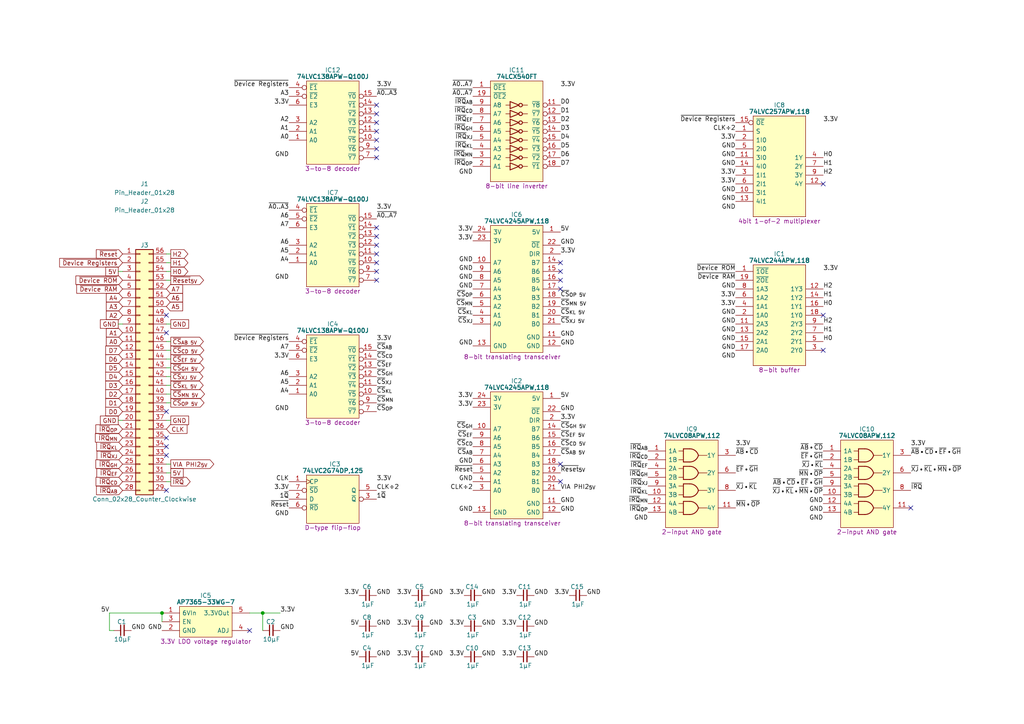
<source format=kicad_sch>
(kicad_sch (version 20250114) (generator "eeschema") (generator_version "9.0")
  (paper "A4")
  (title_block (title "VIA Standard Clock") (date "2024-06-15") (rev "V0"))
  (lib_symbols
    (symbol "Connector_Generic:Conn_02x28_Counter_Clockwise" (pin_names (offset 1.016) (hide yes))
      (property "Reference" "J" (at 1.27 35.56 0))
      (property "Value" "Conn_02x28_Counter_Clockwise" (at 1.27 -38.1 0))
      (symbol "Conn_02x28_Counter_Clockwise_1_1"
        (pin passive line (at -5.08 33.02 0) (length 3.81) (name "Pin_1") (number "1"))
        (pin passive line (at -5.08 30.48 0) (length 3.81) (name "Pin_2") (number "2"))
        (pin passive line (at -5.08 27.94 0) (length 3.81) (name "Pin_3") (number "3"))
        (pin passive line (at -5.08 25.4 0) (length 3.81) (name "Pin_4") (number "4"))
        (pin passive line (at -5.08 22.86 0) (length 3.81) (name "Pin_5") (number "5"))
        (pin passive line (at -5.08 20.32 0) (length 3.81) (name "Pin_6") (number "6"))
        (pin passive line (at -5.08 17.78 0) (length 3.81) (name "Pin_7") (number "7"))
        (pin passive line (at -5.08 15.24 0) (length 3.81) (name "Pin_8") (number "8"))
        (pin passive line (at -5.08 12.7 0) (length 3.81) (name "Pin_9") (number "9"))
        (pin passive line (at -5.08 10.16 0) (length 3.81) (name "Pin_10") (number "10"))
        (pin passive line (at -5.08 7.62 0) (length 3.81) (name "Pin_11") (number "11"))
        (pin passive line (at -5.08 5.08 0) (length 3.81) (name "Pin_12") (number "12"))
        (pin passive line (at -5.08 2.54 0) (length 3.81) (name "Pin_13") (number "13"))
        (pin passive line (at -5.08 0 0) (length 3.81) (name "Pin_14") (number "14"))
        (pin passive line (at -5.08 -2.54 0) (length 3.81) (name "Pin_15") (number "15"))
        (pin passive line (at -5.08 -5.08 0) (length 3.81) (name "Pin_16") (number "16"))
        (pin passive line (at -5.08 -7.62 0) (length 3.81) (name "Pin_17") (number "17"))
        (pin passive line (at -5.08 -10.16 0) (length 3.81) (name "Pin_18") (number "18"))
        (pin passive line (at -5.08 -12.7 0) (length 3.81) (name "Pin_19") (number "19"))
        (pin passive line (at -5.08 -15.24 0) (length 3.81) (name "Pin_20") (number "20"))
        (pin passive line (at -5.08 -17.78 0) (length 3.81) (name "Pin_21") (number "21"))
        (pin passive line (at -5.08 -20.32 0) (length 3.81) (name "Pin_22") (number "22"))
        (pin passive line (at -5.08 -22.86 0) (length 3.81) (name "Pin_23") (number "23"))
        (pin passive line (at -5.08 -25.4 0) (length 3.81) (name "Pin_24") (number "24"))
        (pin passive line (at -5.08 -27.94 0) (length 3.81) (name "Pin_25") (number "25"))
        (pin passive line (at -5.08 -30.48 0) (length 3.81) (name "Pin_26") (number "26"))
        (pin passive line (at -5.08 -33.02 0) (length 3.81) (name "Pin_27") (number "27"))
        (pin passive line (at -5.08 -35.56 0) (length 3.81) (name "Pin_28") (number "28"))
        (pin passive line (at 7.62 33.02 180) (length 3.81) (name "Pin_56") (number "56"))
        (pin passive line (at 7.62 30.48 180) (length 3.81) (name "Pin_55") (number "55"))
        (pin passive line (at 7.62 27.94 180) (length 3.81) (name "Pin_54") (number "54"))
        (pin passive line (at 7.62 25.4 180) (length 3.81) (name "Pin_53") (number "53"))
        (pin passive line (at 7.62 22.86 180) (length 3.81) (name "Pin_52") (number "52"))
        (pin passive line (at 7.62 20.32 180) (length 3.81) (name "Pin_51") (number "51"))
        (pin passive line (at 7.62 17.78 180) (length 3.81) (name "Pin_50") (number "50"))
        (pin passive line (at 7.62 15.24 180) (length 3.81) (name "Pin_49") (number "49"))
        (pin passive line (at 7.62 12.7 180) (length 3.81) (name "Pin_48") (number "48"))
        (pin passive line (at 7.62 10.16 180) (length 3.81) (name "Pin_47") (number "47"))
        (pin passive line (at 7.62 7.62 180) (length 3.81) (name "Pin_46") (number "46"))
        (pin passive line (at 7.62 5.08 180) (length 3.81) (name "Pin_45") (number "45"))
        (pin passive line (at 7.62 2.54 180) (length 3.81) (name "Pin_44") (number "44"))
        (pin passive line (at 7.62 0 180) (length 3.81) (name "Pin_43") (number "43"))
        (pin passive line (at 7.62 -2.54 180) (length 3.81) (name "Pin_42") (number "42"))
        (pin passive line (at 7.62 -5.08 180) (length 3.81) (name "Pin_41") (number "41"))
        (pin passive line (at 7.62 -7.62 180) (length 3.81) (name "Pin_40") (number "40"))
        (pin passive line (at 7.62 -10.16 180) (length 3.81) (name "Pin_39") (number "39"))
        (pin passive line (at 7.62 -12.7 180) (length 3.81) (name "Pin_38") (number "38"))
        (pin passive line (at 7.62 -15.24 180) (length 3.81) (name "Pin_37") (number "37"))
        (pin passive line (at 7.62 -17.78 180) (length 3.81) (name "Pin_36") (number "36"))
        (pin passive line (at 7.62 -20.32 180) (length 3.81) (name "Pin_35") (number "35"))
        (pin passive line (at 7.62 -22.86 180) (length 3.81) (name "Pin_34") (number "34"))
        (pin passive line (at 7.62 -25.4 180) (length 3.81) (name "Pin_33") (number "33"))
        (pin passive line (at 7.62 -27.94 180) (length 3.81) (name "Pin_32") (number "32"))
        (pin passive line (at 7.62 -30.48 180) (length 3.81) (name "Pin_31") (number "31"))
        (pin passive line (at 7.62 -33.02 180) (length 3.81) (name "Pin_30") (number "30"))
        (pin passive line (at 7.62 -35.56 180) (length 3.81) (name "Pin_29") (number "29"))
      )
    )
    (symbol "Diodes_Inc:AP7365-33WG-7" (pin_names (offset 0.762))
      (property "Reference" "IC" (at 12.7 5.08 0))
      (property "Value" "AP7365-33WG-7" (at 12.7 3.175 0))
      (property "Description" "3.3V LDO voltage regulator" (at 12.7 -8.255 0))
      (symbol "AP7365-33WG-7_0_0"
        (pin input line (at 0 -2.54 0) (length 5.08) (name "EN") (number "3"))
        (pin passive line (at 0 -5.08 0) (length 5.08) (name "GND") (number "2"))
        (pin passive line (at 25.4 -5.08 180) (length 5.08) (name "ADJ") (number "4"))
      )
      (symbol "AP7365-33WG-7_1_0"
        (pin passive line (at 0 0 0) (length 5.08) (name "6VIn") (number "1"))
        (pin passive line (at 25.4 0 180) (length 5.08) (name "3.3VOut") (number "5"))
      )
    )
    (symbol "HCP65:C_0805" (pin_numbers (hide yes)) (pin_names (offset 0.254) (hide yes))
      (property "Reference" "C" (at 2.286 2.54 0))
      (property "Value" "?μF" (at 2.54 -2.54 0))
      (symbol "C_0805_1_1"
        (pin passive line (at 0 0 0) (length 2.032) (name "~") (number "1"))
        (pin passive line (at 5.08 0 180) (length 2.032) (name "~") (number "2"))
      )
    )
    (symbol "HCP65:Pin_Header_01x32" (pin_names (offset 1.016) (hide yes))
      (property "Reference" "J" (at 0 1.27 0))
      (property "Value" "Pin_Header_01x32" (at 0 -1.27 0))
    )
    (symbol "Nexperia:74LVC08APW,112" (pin_names (offset 0.762))
      (property "Reference" "IC" (at 12.7 6.35 0))
      (property "Value" "74LVC08APW,112" (at 12.7 4.445 0))
      (property "Description" "2-input AND gate" (at 12.7 -23.495 0))
      (symbol "74LVC08APW,112_0_0"
        (pin input line (at 0 0 0) (length 5.08) (name "1A") (number "1"))
        (pin input line (at 0 -2.54 0) (length 5.08) (name "1B") (number "2"))
        (pin input line (at 0 -5.08 0) (length 5.08) (name "2A") (number "4"))
        (pin input line (at 0 -7.62 0) (length 5.08) (name "2B") (number "5"))
        (pin input line (at 0 -10.16 0) (length 5.08) (name "3A") (number "9"))
        (pin input line (at 0 -12.7 0) (length 5.08) (name "3B") (number "10"))
        (pin input line (at 0 -15.24 0) (length 5.08) (name "4A") (number "12"))
        (pin input line (at 0 -17.78 0) (length 5.08) (name "4B") (number "13"))
        (pin passive line (at 0 -20.32 0) (length 5.08) (hide yes) (name "GND") (number "7"))
        (pin passive line (at 25.4 1.27 180) (length 5.08) (hide yes) (name "3V") (number "14"))
        (pin passive line (at 25.4 -1.27 180) (length 5.08) (name "1Y") (number "3"))
        (pin output line (at 25.4 -6.35 180) (length 5.08) (name "2Y") (number "6"))
        (pin output line (at 25.4 -11.43 180) (length 5.08) (name "3Y") (number "8"))
        (pin output line (at 25.4 -16.51 180) (length 5.08) (name "4Y") (number "11"))
      )
    )
    (symbol "Nexperia:74LVC138APW-Q100J" (pin_names (offset 0.762))
      (property "Reference" "IC" (at 12.7 3.175 0))
      (property "Value" "74LVC138APW-Q100J" (at 12.7 1.27 0))
      (property "Description" "3-to-8 decoder" (at 12.7 -25.4 0))
      (symbol "74LVC138APW-Q100J_0_0"
        (pin input line (at 0 -6.985 0) (length 5.08) (name "E3") (number "6"))
        (pin input line (at 0 -12.065 0) (length 5.08) (name "A2") (number "3"))
        (pin input line (at 0 -14.605 0) (length 5.08) (name "A1") (number "2"))
        (pin input line (at 0 -17.145 0) (length 5.08) (name "A0") (number "1"))
        (pin passive line (at 0 -22.225 0) (length 5.08) (hide yes) (name "GND") (number "8"))
        (pin passive line (at 25.4 -1.905 180) (length 5.08) (hide yes) (name "3V") (number "16"))
        (pin output inverted (at 25.4 -4.445 180) (length 5.08) (name "~{Y0}") (number "15"))
        (pin output inverted (at 25.4 -6.985 180) (length 5.08) (name "~{Y1}") (number "14"))
        (pin output inverted (at 25.4 -9.525 180) (length 5.08) (name "~{Y2}") (number "13"))
        (pin output inverted (at 25.4 -12.065 180) (length 5.08) (name "~{Y3}") (number "12"))
        (pin output inverted (at 25.4 -14.605 180) (length 5.08) (name "~{Y4}") (number "11"))
        (pin output inverted (at 25.4 -17.145 180) (length 5.08) (name "~{Y5}") (number "10"))
        (pin output inverted (at 25.4 -19.685 180) (length 5.08) (name "~{Y6}") (number "9"))
        (pin output inverted (at 25.4 -22.225 180) (length 5.08) (name "~{Y7}") (number "7"))
      )
      (symbol "74LVC138APW-Q100J_1_0"
        (pin input inverted (at 0 -1.905 0) (length 5.08) (name "~{E1}") (number "4"))
        (pin input inverted (at 0 -4.445 0) (length 5.08) (name "~{E2}") (number "5"))
      )
    )
    (symbol "Nexperia:74LVC244APW,118" (pin_names (offset 0.762))
      (property "Reference" "IC" (at 12.7 5.08 0))
      (property "Value" "74LVC244APW,118" (at 12.7 3.175 0))
      (property "Description" "8-bit buffer" (at 12.7 -28.575 0))
      (symbol "74LVC244APW,118_0_0"
        (pin input line (at 0 0 0) (length 5.08) (name "~{1OE}") (number "1"))
        (pin input line (at 0 -2.54 0) (length 5.08) (name "~{2OE}") (number "19"))
        (pin input line (at 0 -5.08 0) (length 5.08) (name "1A3") (number "8"))
        (pin input line (at 0 -7.62 0) (length 5.08) (name "1A2") (number "6"))
        (pin input line (at 0 -10.16 0) (length 5.08) (name "1A1") (number "4"))
        (pin input line (at 0 -12.7 0) (length 5.08) (name "1A0") (number "2"))
        (pin input line (at 0 -15.24 0) (length 5.08) (name "2A3") (number "11"))
        (pin input line (at 0 -17.78 0) (length 5.08) (name "2A2") (number "13"))
        (pin input line (at 0 -20.32 0) (length 5.08) (name "2A1") (number "15"))
        (pin input line (at 0 -22.86 0) (length 5.08) (name "2A0") (number "17"))
        (pin tri_state line (at 25.4 -5.08 180) (length 5.08) (name "1Y3") (number "12"))
        (pin tri_state line (at 25.4 -7.62 180) (length 5.08) (name "1Y2") (number "14"))
        (pin tri_state line (at 25.4 -10.16 180) (length 5.08) (name "1Y1") (number "16"))
        (pin tri_state line (at 25.4 -12.7 180) (length 5.08) (name "1Y0") (number "18"))
        (pin tri_state line (at 25.4 -15.24 180) (length 5.08) (name "2Y3") (number "9"))
        (pin tri_state line (at 25.4 -17.78 180) (length 5.08) (name "2Y2") (number "7"))
        (pin tri_state line (at 25.4 -20.32 180) (length 5.08) (name "2Y1") (number "5"))
        (pin tri_state line (at 25.4 -22.86 180) (length 5.08) (name "2Y0") (number "3"))
      )
      (symbol "74LVC244APW,118_1_0"
        (pin passive line (at 0 -25.4 0) (length 5.08) (hide yes) (name "GND") (number "10"))
        (pin passive line (at 25.4 0 180) (length 5.08) (hide yes) (name "3V") (number "20"))
      )
    )
    (symbol "Nexperia:74LVC257APW,118" (pin_names (offset 0.762))
      (property "Reference" "IC" (at 12.7 5.08 0))
      (property "Value" "74LVC257APW,118" (at 12.7 3.175 0))
      (property "Description" "4bit 1-of-2 multiplexer" (at 12.7 -28.575 0))
      (symbol "74LVC257APW,118_0_0"
        (pin input line (at 0 -2.54 0) (length 5.08) (name "S") (number "1"))
        (pin input line (at 0 -5.08 0) (length 5.08) (name "1I0") (number "2"))
        (pin input line (at 0 -7.62 0) (length 5.08) (name "2I0") (number "5"))
        (pin input line (at 0 -10.16 0) (length 5.08) (name "3I0") (number "11"))
        (pin input line (at 0 -12.7 0) (length 5.08) (name "4I0") (number "14"))
        (pin input line (at 0 -15.24 0) (length 5.08) (name "1I1") (number "3"))
        (pin input line (at 0 -17.78 0) (length 5.08) (name "2I1") (number "6"))
        (pin input line (at 0 -20.32 0) (length 5.08) (name "3I1") (number "10"))
        (pin input line (at 0 -22.86 0) (length 5.08) (name "4I1") (number "13"))
        (pin passive line (at 0 -25.4 0) (length 5.08) (hide yes) (name "GND") (number "8"))
        (pin passive line (at 25.4 0 180) (length 5.08) (hide yes) (name "3V") (number "16"))
      )
      (symbol "74LVC257APW,118_1_0"
        (pin input inverted (at 0 0 0) (length 5.08) (name "~{OE}") (number "15"))
        (pin tri_state line (at 25.4 -10.16 180) (length 5.08) (name "1Y") (number "4"))
        (pin tri_state line (at 25.4 -12.7 180) (length 5.08) (name "2Y") (number "7"))
        (pin tri_state line (at 25.4 -15.24 180) (length 5.08) (name "3Y") (number "9"))
        (pin tri_state line (at 25.4 -17.78 180) (length 5.08) (name "4Y") (number "12"))
      )
    )
    (symbol "Nexperia:74LVC2G74DP,125" (pin_names (offset 0.762))
      (property "Reference" "IC" (at 13.335 5.08 0))
      (property "Value" "74LVC2G74DP,125" (at 12.7 3.175 0))
      (property "Description" "D-type flip-flop" (at 12.7 -13.335 0))
      (symbol "74LVC2G74DP,125_0_0"
        (pin input line (at 0 -5.08 0) (length 5.08) (name "D") (number "2"))
        (pin output line (at 25.4 -2.54 180) (length 5.08) (name "Q") (number "5"))
      )
      (symbol "74LVC2G74DP,125_1_0"
        (pin input clock (at 0 0 0) (length 5.08) (name "CP") (number "1"))
        (pin input inverted (at 0 -2.54 0) (length 5.08) (name "~{SD}") (number "7"))
        (pin input inverted (at 0 -7.62 0) (length 5.08) (name "~{RD}") (number "6"))
        (pin passive line (at 0 -10.16 0) (length 5.08) (hide yes) (name "GND") (number "4"))
        (pin passive line (at 25.4 0 180) (length 5.08) (hide yes) (name "3V") (number "8"))
        (pin output inverted (at 25.4 -5.08 180) (length 5.08) (name "~{Q}") (number "3"))
      )
    )
    (symbol "Nexperia:74LVC4245APW,118" (pin_names (offset 0.762))
      (property "Reference" "IC" (at 12.7 5.08 0))
      (property "Value" "74LVC4245APW,118" (at 12.7 3.175 0))
      (property "Description" "8-bit translating transceiver" (at 13.97 -36.195 0))
      (symbol "74LVC4245APW,118_0_0"
        (pin passive line (at 0 0 0) (length 5.08) (name "5V") (number "1"))
        (pin input line (at 0 -3.81 0) (length 5.08) (name "~{OE}") (number "22"))
        (pin input line (at 0 -6.35 0) (length 5.08) (name "DIR") (number "2"))
        (pin bidirectional line (at 0 -8.89 0) (length 5.08) (name "B7") (number "14"))
        (pin bidirectional line (at 0 -11.43 0) (length 5.08) (name "B6") (number "15"))
        (pin bidirectional line (at 0 -13.97 0) (length 5.08) (name "B5") (number "16"))
        (pin bidirectional line (at 0 -16.51 0) (length 5.08) (name "B4") (number "17"))
        (pin bidirectional line (at 0 -19.05 0) (length 5.08) (name "B3") (number "18"))
        (pin bidirectional line (at 0 -21.59 0) (length 5.08) (name "B2") (number "19"))
        (pin bidirectional line (at 0 -24.13 0) (length 5.08) (name "B1") (number "20"))
        (pin bidirectional line (at 0 -26.67 0) (length 5.08) (name "B0") (number "21"))
        (pin passive line (at 0 -30.48 0) (length 5.08) (name "GND") (number "11"))
        (pin passive line (at 0 -33.02 0) (length 5.08) (name "GND") (number "12"))
        (pin passive line (at 25.4 0 180) (length 5.08) (name "3V") (number "24"))
        (pin passive line (at 25.4 -2.54 180) (length 5.08) (name "3V") (number "23"))
        (pin bidirectional line (at 25.4 -8.89 180) (length 5.08) (name "A7") (number "10"))
        (pin bidirectional line (at 25.4 -11.43 180) (length 5.08) (name "A6") (number "9"))
        (pin bidirectional line (at 25.4 -13.97 180) (length 5.08) (name "A5") (number "8"))
        (pin bidirectional line (at 25.4 -16.51 180) (length 5.08) (name "A4") (number "7"))
        (pin bidirectional line (at 25.4 -19.05 180) (length 5.08) (name "A3") (number "6"))
        (pin bidirectional line (at 25.4 -21.59 180) (length 5.08) (name "A2") (number "5"))
        (pin bidirectional line (at 25.4 -24.13 180) (length 5.08) (name "A1") (number "4"))
        (pin bidirectional line (at 25.4 -26.67 180) (length 5.08) (name "A0") (number "3"))
        (pin passive line (at 25.4 -33.02 180) (length 5.08) (name "GND") (number "13"))
      )
    )
    (symbol "Toshiba:74LCX540FT" (pin_names (offset 0.762))
      (property "Reference" "IC" (at 12.7 5.08 0))
      (property "Value" "74LCX540FT" (at 12.7 3.175 0))
      (property "Description" "8-bit line inverter" (at 12.7 -28.575 0))
      (symbol "74LCX540FT_0_0"
        (pin input line (at 0 0 0) (length 5.08) (name "~{OE1}") (number "1"))
        (pin input line (at 0 -2.54 0) (length 5.08) (name "~{OE2}") (number "19"))
        (pin input line (at 0 -5.08 0) (length 5.08) (name "A8") (number "9"))
        (pin input line (at 0 -7.62 0) (length 5.08) (name "A7") (number "8"))
        (pin input line (at 0 -10.16 0) (length 5.08) (name "A6") (number "7"))
        (pin input line (at 0 -12.7 0) (length 5.08) (name "A5") (number "6"))
        (pin input line (at 0 -15.24 0) (length 5.08) (name "A4") (number "5"))
        (pin input line (at 0 -17.78 0) (length 5.08) (name "A3") (number "4"))
        (pin input line (at 0 -20.32 0) (length 5.08) (name "A2") (number "3"))
        (pin input line (at 0 -22.86 0) (length 5.08) (name "A1") (number "2"))
        (pin passive line (at 0 -25.4 0) (length 5.08) (hide yes) (name "GND") (number "10"))
        (pin passive line (at 25.4 0 180) (length 5.08) (hide yes) (name "3V") (number "20"))
        (pin output inverted (at 25.4 -5.08 180) (length 5.08) (name "~{Y8}") (number "11"))
        (pin output inverted (at 25.4 -7.62 180) (length 5.08) (name "~{Y7}") (number "12"))
        (pin output inverted (at 25.4 -10.16 180) (length 5.08) (name "~{Y6}") (number "13"))
        (pin output inverted (at 25.4 -12.7 180) (length 5.08) (name "~{Y5}") (number "14"))
        (pin output inverted (at 25.4 -15.24 180) (length 5.08) (name "~{Y4}") (number "15"))
        (pin output inverted (at 25.4 -17.78 180) (length 5.08) (name "~{Y3}") (number "16"))
        (pin output inverted (at 25.4 -20.32 180) (length 5.08) (name "~{Y2}") (number "17"))
        (pin output inverted (at 25.4 -22.86 180) (length 5.08) (name "~{Y1}") (number "18"))
      )
    )
  )
  (junction (at 76.2 177.8))
  (junction (at 46.99 177.8))
  (no_connect (at 109.22 78.74))
  (no_connect (at 48.26 91.44))
  (no_connect (at 48.26 132.08))
  (no_connect (at 109.22 71.12))
  (no_connect (at 109.22 38.1))
  (no_connect (at 48.26 142.24))
  (no_connect (at 162.56 83.82))
  (no_connect (at 109.22 76.2))
  (no_connect (at 238.76 91.44))
  (no_connect (at 48.26 96.52))
  (no_connect (at 109.22 43.18))
  (no_connect (at 238.76 101.6))
  (no_connect (at 109.22 40.64))
  (no_connect (at 109.22 35.56))
  (no_connect (at 162.56 81.28))
  (no_connect (at 109.22 66.04))
  (no_connect (at 109.22 81.28))
  (no_connect (at 162.56 76.2))
  (no_connect (at 238.76 53.34))
  (no_connect (at 48.26 129.54))
  (no_connect (at 72.39 182.88))
  (no_connect (at 109.22 33.02))
  (no_connect (at 264.16 147.32))
  (no_connect (at 48.26 119.38))
  (no_connect (at 162.56 139.7))
  (no_connect (at 109.22 30.48))
  (no_connect (at 109.22 68.58))
  (no_connect (at 109.22 73.66))
  (no_connect (at 109.22 45.72))
  (no_connect (at 162.56 78.74))
  (no_connect (at 162.56 134.62))
  (no_connect (at 48.26 127))
  (wire (pts (xy 49.53 99.06) (xy 48.26 99.06)))
  (wire (pts (xy 76.2 182.88) (xy 76.2 177.8)))
  (wire (pts (xy 49.53 134.62) (xy 48.26 134.62)))
  (wire (pts (xy 49.53 76.2) (xy 48.26 76.2)))
  (wire (pts (xy 46.99 177.8) (xy 46.99 180.34)))
  (wire (pts (xy 49.53 81.28) (xy 48.26 81.28)))
  (wire (pts (xy 49.53 104.14) (xy 48.26 104.14)))
  (wire (pts (xy 49.53 114.3) (xy 48.26 114.3)))
  (wire (pts (xy 31.75 182.88) (xy 33.02 182.88)))
  (wire (pts (xy 49.53 121.92) (xy 48.26 121.92)))
  (wire (pts (xy 34.29 121.92) (xy 35.56 121.92)))
  (wire (pts (xy 49.53 116.84) (xy 48.26 116.84)))
  (wire (pts (xy 34.29 78.74) (xy 35.56 78.74)))
  (wire (pts (xy 49.53 109.22) (xy 48.26 109.22)))
  (wire (pts (xy 31.75 177.8) (xy 46.99 177.8)))
  (wire (pts (xy 49.53 73.66) (xy 48.26 73.66)))
  (wire (pts (xy 76.2 177.8) (xy 81.28 177.8)))
  (wire (pts (xy 49.53 111.76) (xy 48.26 111.76)))
  (wire (pts (xy 49.53 101.6) (xy 48.26 101.6)))
  (wire (pts (xy 72.39 177.8) (xy 76.2 177.8)))
  (wire (pts (xy 49.53 78.74) (xy 48.26 78.74)))
  (wire (pts (xy 34.29 93.98) (xy 35.56 93.98)))
  (wire (pts (xy 49.53 137.16) (xy 48.26 137.16)))
  (wire (pts (xy 31.75 177.8) (xy 31.75 182.88)))
  (wire (pts (xy 49.53 106.68) (xy 48.26 106.68)))
  (wire (pts (xy 49.53 139.7) (xy 48.26 139.7)))
  (wire (pts (xy 49.53 93.98) (xy 48.26 93.98)))
  (label "~{CS}_{AB}" (at 109.22 101.6 0))
  (label "~{IRQ}_{CD}" (at 137.16 33.02 180))
  (label "3.3V" (at 213.36 40.64 180))
  (label "3.3V" (at 104.14 172.72 180))
  (label "3.3V" (at 162.56 73.66 0))
  (label "~{IRQ}_{AB}" (at 137.16 30.48 180))
  (label "~{EF}•~{GH}" (at 213.36 137.16 0))
  (label "~{A0..A7}" (at 109.22 63.5 0))
  (label "GND" (at 162.56 119.38 0))
  (label "GND" (at 137.16 76.2 180))
  (label "GND" (at 124.46 172.72 0))
  (label "VIA PHI2_{5V}" (at 162.56 142.24 0))
  (label "3.3V" (at 162.56 25.4 0))
  (label "3.3V" (at 165.1 172.72 180))
  (label "3.3V" (at 238.76 35.56 0))
  (label "GND" (at 137.16 100.33 180))
  (label "GND" (at 213.36 48.26 180))
  (label "GND" (at 83.82 81.28 180))
  (label "GND" (at 213.36 83.82 180))
  (label "~{CS}_{XJ 5V}" (at 162.56 93.98 0))
  (label "H0" (at 238.76 45.72 0))
  (label "~{CS}_{OP 5V}" (at 162.56 86.36 0))
  (label "~{Reset}_{5V}" (at 162.56 137.16 0))
  (label "3.3V" (at 109.22 60.96 0))
  (label "H0" (at 238.76 99.06 0))
  (label "5V" (at 162.56 115.57 0))
  (label "~{CS}_{GH}" (at 109.22 109.22 0))
  (label "~{CS}_{MN}" (at 109.22 116.84 0))
  (label "3.3V" (at 109.22 25.4 0))
  (label "GND" (at 213.36 101.6 180))
  (label "GND" (at 213.36 60.96 180))
  (label "~{AB}•~{CD}" (at 213.36 132.08 0))
  (label "3.3V" (at 119.38 190.5 180))
  (label "~{Device RAM}" (at 213.36 81.28 180))
  (label "CLK÷2" (at 137.16 142.24 180))
  (label "~{Device ROM}" (at 213.36 78.74 180))
  (label "~{CS}_{KL}" (at 137.16 91.44 180))
  (label "D2" (at 162.56 35.56 0))
  (label "3.3V" (at 264.16 129.54 0))
  (label "5V" (at 31.75 177.8 180))
  (label "GND" (at 137.16 50.8 180))
  (label "GND" (at 213.36 91.44 180))
  (label "~{IRQ}_{MN}" (at 187.96 146.05 180))
  (label "3.3V" (at 119.38 181.61 180))
  (label "A6" (at 83.82 63.5 180))
  (label "GND" (at 137.16 78.74 180))
  (label "3.3V" (at 238.76 78.74 0))
  (label "H0" (at 238.76 88.9 0))
  (label "~{IRQ}_{EF}" (at 137.16 35.56 180))
  (label "H2" (at 238.76 50.8 0))
  (label "GND" (at 162.56 100.33 0))
  (label "3.3V" (at 83.82 142.24 180))
  (label "~{IRQ}_{XJ}" (at 137.16 40.64 180))
  (label "GND" (at 137.16 139.7 180))
  (label "~{CS}_{GH}" (at 137.16 124.46 180))
  (label "GND" (at 238.76 146.05 180))
  (label "~{CS}_{AB}" (at 137.16 132.08 180))
  (label "~{CS}_{CD 5V}" (at 162.56 129.54 0))
  (label "3.3V" (at 83.82 30.48 180))
  (label "GND" (at 213.36 55.88 180))
  (label "A4" (at 83.82 76.2 180))
  (label "~{CS}_{KL 5V}" (at 162.56 91.44 0))
  (label "~{CS}_{AB 5V}" (at 162.56 132.08 0))
  (label "D1" (at 162.56 33.02 0))
  (label "3.3V" (at 213.36 86.36 180))
  (label "~{CS}_{CD}" (at 137.16 129.54 180))
  (label "3.3V" (at 213.36 129.54 0))
  (label "A7" (at 83.82 101.6 180))
  (label "~{IRQ}_{KL}" (at 187.96 143.51 180))
  (label "A5" (at 83.82 73.66 180))
  (label "~{Device Registers}" (at 83.82 99.06 180))
  (label "GND" (at 83.82 149.86 180))
  (label "~{CS}_{EF}" (at 137.16 127 180))
  (label "5V" (at 104.14 190.5 180))
  (label "GND" (at 139.7 172.72 0))
  (label "3.3V" (at 149.86 172.72 180))
  (label "3.3V" (at 137.16 69.85 180))
  (label "1~{Q}" (at 83.82 144.78 180))
  (label "A1" (at 83.82 38.1 180))
  (label "GND" (at 124.46 190.5 0))
  (label "GND" (at 139.7 181.61 0))
  (label "~{AB}•~{CD}•~{EF}•~{GH}" (at 264.16 132.08 0))
  (label "~{CS}_{OP}" (at 137.16 86.36 180))
  (label "~{IRQ}_{AB}" (at 187.96 130.81 180))
  (label "5V" (at 162.56 67.31 0))
  (label "A3" (at 83.82 27.94 180))
  (label "3.3V" (at 134.62 181.61 180))
  (label "GND" (at 154.94 181.61 0))
  (label "3.3V" (at 149.86 190.5 180))
  (label "~{IRQ}_{GH}" (at 187.96 138.43 180))
  (label "D5" (at 162.56 43.18 0))
  (label "A6" (at 83.82 71.12 180))
  (label "GND" (at 137.16 148.59 180))
  (label "3.3V" (at 109.22 139.7 0))
  (label "~{CS}_{GH 5V}" (at 162.56 124.46 0))
  (label "~{MN}•~{OP}" (at 213.36 147.32 0))
  (label "3.3V" (at 109.22 99.06 0))
  (label "3.3V" (at 137.16 118.11 180))
  (label "~{A0..A7}" (at 137.16 27.94 180))
  (label "~{IRQ}_{GH}" (at 137.16 38.1 180))
  (label "GND" (at 46.99 182.88 180))
  (label "~{A0..A3}" (at 83.82 60.96 180))
  (label "~{Reset}" (at 137.16 137.16 180))
  (label "A4" (at 83.82 114.3 180))
  (label "D6" (at 162.56 45.72 0))
  (label "~{CS}_{OP}" (at 109.22 119.38 0))
  (label "GND" (at 109.22 190.5 0))
  (label "~{IRQ}_{MN}" (at 137.16 45.72 180))
  (label "GND" (at 213.36 99.06 180))
  (label "~{IRQ}" (at 264.16 142.24 0))
  (label "~{CS}_{MN 5V}" (at 162.56 88.9 0))
  (label "3.3V" (at 83.82 104.14 180))
  (label "D0" (at 162.56 30.48 0))
  (label "3.3V" (at 134.62 190.5 180))
  (label "~{A0..A7}" (at 137.16 25.4 180))
  (label "3.3V" (at 213.36 50.8 180))
  (label "~{IRQ}_{CD}" (at 187.96 133.35 180))
  (label "GND" (at 154.94 172.72 0))
  (label "GND" (at 137.16 83.82 180))
  (label "CLK" (at 83.82 139.7 180))
  (label "CLK÷2" (at 213.36 38.1 180))
  (label "~{CS}_{XJ}" (at 109.22 111.76 0))
  (label "CLK÷2" (at 109.22 142.24 0))
  (label "A0" (at 83.82 40.64 180))
  (label "~{A0..A3}" (at 109.22 27.94 0))
  (label "~{XJ}•~{KL}•~{MN}•~{OP}" (at 264.16 137.16 0))
  (label "~{CS}_{CD}" (at 109.22 104.14 0))
  (label "H1" (at 238.76 96.52 0))
  (label "~{CS}_{XJ}" (at 137.16 93.98 180))
  (label "GND" (at 137.16 81.28 180))
  (label "~{EF}•~{GH}" (at 238.76 133.35 180))
  (label "~{IRQ}_{OP}" (at 137.16 48.26 180))
  (label "~{Reset}" (at 83.82 147.32 180))
  (label "D7" (at 162.56 48.26 0))
  (label "3.3V" (at 213.36 88.9 180))
  (label "3.3V" (at 137.16 115.57 180))
  (label "GND" (at 124.46 181.61 0))
  (label "GND" (at 137.16 134.62 180))
  (label "GND" (at 213.36 58.42 180))
  (label "GND" (at 81.28 182.88 0))
  (label "~{AB}•~{CD}" (at 238.76 130.81 180))
  (label "~{CS}_{EF 5V}" (at 162.56 127 0))
  (label "H1" (at 238.76 86.36 0))
  (label "~{CS}_{MN}" (at 137.16 88.9 180))
  (label "GND" (at 38.1 182.88 0))
  (label "A7" (at 83.82 66.04 180))
  (label "GND" (at 139.7 190.5 0))
  (label "~{CS}_{KL}" (at 109.22 114.3 0))
  (label "GND" (at 187.96 151.13 180))
  (label "~{MN}•~{OP}" (at 238.76 138.43 180))
  (label "~{IRQ}_{KL}" (at 137.16 43.18 180))
  (label "GND" (at 154.94 190.5 0))
  (label "~{IRQ}_{XJ}" (at 187.96 140.97 180))
  (label "GND" (at 162.56 71.12 0))
  (label "1~{Q}" (at 109.22 144.78 0))
  (label "3.3V" (at 213.36 53.34 180))
  (label "3.3V" (at 81.28 177.8 0))
  (label "A2" (at 83.82 35.56 180))
  (label "~{CS}_{EF}" (at 109.22 106.68 0))
  (label "A6" (at 83.82 109.22 180))
  (label "H2" (at 238.76 83.82 0))
  (label "~{AB}•~{CD}•~{EF}•~{GH}" (at 238.76 140.97 180))
  (label "GND" (at 213.36 45.72 180))
  (label "H1" (at 238.76 48.26 0))
  (label "GND" (at 109.22 181.61 0))
  (label "GND" (at 83.82 45.72 180))
  (label "~{Device Registers}" (at 213.36 35.56 180))
  (label "GND" (at 238.76 151.13 180))
  (label "D4" (at 162.56 40.64 0))
  (label "GND" (at 213.36 93.98 180))
  (label "GND" (at 162.56 146.05 0))
  (label "GND" (at 213.36 104.14 180))
  (label "3.3V" (at 162.56 121.92 0))
  (label "~{XJ}•~{KL}" (at 213.36 142.24 0))
  (label "GND" (at 162.56 148.59 0))
  (label "GND" (at 109.22 172.72 0))
  (label "~{IRQ}_{EF}" (at 187.96 135.89 180))
  (label "GND" (at 162.56 97.79 0))
  (label "H2" (at 238.76 93.98 0))
  (label "GND" (at 238.76 148.59 180))
  (label "3.3V" (at 149.86 181.61 180))
  (label "5V" (at 104.14 181.61 180))
  (label "GND" (at 83.82 119.38 180))
  (label "~{IRQ}_{OP}" (at 187.96 148.59 180))
  (label "3.3V" (at 134.62 172.72 180))
  (label "GND" (at 213.36 96.52 180))
  (label "3.3V" (at 119.38 172.72 180))
  (label "D3" (at 162.56 38.1 0))
  (label "GND" (at 213.36 43.18 180))
  (label "~{Device Registers}" (at 83.82 25.4 180))
  (label "3.3V" (at 137.16 67.31 180))
  (label "~{XJ}•~{KL}" (at 238.76 135.89 180))
  (label "~{XJ}•~{KL}•~{MN}•~{OP}" (at 238.76 143.51 180))
  (label "A5" (at 83.82 111.76 180))
  (label "GND" (at 170.18 172.72 0))
  (global_label "~{Reset}" (shape input) (at 35.56 73.66 180) (property "Intersheetrefs" "${INTERSHEET_REFS}" (effects (hide yes))))
  (global_label "~{CS}_{OP 5V}" (shape output) (at 49.53 116.84 0) (property "Intersheetrefs" "${INTERSHEET_REFS}" (effects (hide yes))))
  (global_label "A4" (shape input) (at 35.56 86.36 180) (property "Intersheetrefs" "${INTERSHEET_REFS}" (effects (hide yes))))
  (global_label "~{CS}_{MN 5V}" (shape output) (at 49.53 114.3 0) (property "Intersheetrefs" "${INTERSHEET_REFS}" (effects (hide yes))))
  (global_label "~{IRQ}_{KL}" (shape input) (at 35.56 129.54 180) (property "Intersheetrefs" "${INTERSHEET_REFS}" (effects (hide yes))))
  (global_label "A6" (shape input) (at 48.26 86.36 0) (property "Intersheetrefs" "${INTERSHEET_REFS}" (effects (hide yes))))
  (global_label "~{CS}_{XJ 5V}" (shape output) (at 49.53 109.22 0) (property "Intersheetrefs" "${INTERSHEET_REFS}" (effects (hide yes))))
  (global_label "D6" (shape input) (at 35.56 104.14 180) (property "Intersheetrefs" "${INTERSHEET_REFS}" (effects (hide yes))))
  (global_label "D7" (shape input) (at 35.56 101.6 180) (property "Intersheetrefs" "${INTERSHEET_REFS}" (effects (hide yes))))
  (global_label "~{Device Registers}" (shape input) (at 35.56 76.2 180) (property "Intersheetrefs" "${INTERSHEET_REFS}" (effects (hide yes))))
  (global_label "D0" (shape input) (at 35.56 119.38 180) (property "Intersheetrefs" "${INTERSHEET_REFS}" (effects (hide yes))))
  (global_label "GND" (shape passive) (at 49.53 93.98 0) (property "Intersheetrefs" "${INTERSHEET_REFS}" (effects (hide yes))))
  (global_label "D2" (shape input) (at 35.56 114.3 180) (property "Intersheetrefs" "${INTERSHEET_REFS}" (effects (hide yes))))
  (global_label "~{Device ROM}" (shape input) (at 35.56 81.28 180) (property "Intersheetrefs" "${INTERSHEET_REFS}" (effects (hide yes))))
  (global_label "D3" (shape input) (at 35.56 111.76 180) (property "Intersheetrefs" "${INTERSHEET_REFS}" (effects (hide yes))))
  (global_label "5V" (shape passive) (at 34.29 78.74 180) (property "Intersheetrefs" "${INTERSHEET_REFS}" (effects (hide yes))))
  (global_label "GND" (shape passive) (at 34.29 121.92 180) (property "Intersheetrefs" "${INTERSHEET_REFS}" (effects (hide yes))))
  (global_label "~{CS}_{EF 5V}" (shape output) (at 49.53 104.14 0) (property "Intersheetrefs" "${INTERSHEET_REFS}" (effects (hide yes))))
  (global_label "H1" (shape output) (at 49.53 76.2 0) (property "Intersheetrefs" "${INTERSHEET_REFS}" (effects (hide yes))))
  (global_label "GND" (shape passive) (at 34.29 93.98 180) (property "Intersheetrefs" "${INTERSHEET_REFS}" (effects (hide yes))))
  (global_label "D5" (shape input) (at 35.56 106.68 180) (property "Intersheetrefs" "${INTERSHEET_REFS}" (effects (hide yes))))
  (global_label "~{IRQ}_{AB}" (shape input) (at 35.56 142.24 180) (property "Intersheetrefs" "${INTERSHEET_REFS}" (effects (hide yes))))
  (global_label "~{IRQ}_{XJ}" (shape input) (at 35.56 132.08 180) (property "Intersheetrefs" "${INTERSHEET_REFS}" (effects (hide yes))))
  (global_label "~{IRQ}_{EF}" (shape input) (at 35.56 137.16 180) (property "Intersheetrefs" "${INTERSHEET_REFS}" (effects (hide yes))))
  (global_label "~{Reset}_{5V}" (shape output) (at 49.53 81.28 0) (property "Intersheetrefs" "${INTERSHEET_REFS}" (effects (hide yes))))
  (global_label "~{IRQ}_{CD}" (shape input) (at 35.56 139.7 180) (property "Intersheetrefs" "${INTERSHEET_REFS}" (effects (hide yes))))
  (global_label "H0" (shape output) (at 49.53 78.74 0) (property "Intersheetrefs" "${INTERSHEET_REFS}" (effects (hide yes))))
  (global_label "~{CS}_{CD 5V}" (shape output) (at 49.53 101.6 0) (property "Intersheetrefs" "${INTERSHEET_REFS}" (effects (hide yes))))
  (global_label "~{Device RAM}" (shape input) (at 35.56 83.82 180) (property "Intersheetrefs" "${INTERSHEET_REFS}" (effects (hide yes))))
  (global_label "5V" (shape passive) (at 49.53 137.16 0) (property "Intersheetrefs" "${INTERSHEET_REFS}" (effects (hide yes))))
  (global_label "A0" (shape input) (at 35.56 99.06 180) (property "Intersheetrefs" "${INTERSHEET_REFS}" (effects (hide yes))))
  (global_label "~{CS}_{GH 5V}" (shape output) (at 49.53 106.68 0) (property "Intersheetrefs" "${INTERSHEET_REFS}" (effects (hide yes))))
  (global_label "~{IRQ}" (shape output) (at 49.53 139.7 0) (property "Intersheetrefs" "${INTERSHEET_REFS}" (effects (hide yes))))
  (global_label "GND" (shape passive) (at 49.53 121.92 0) (property "Intersheetrefs" "${INTERSHEET_REFS}" (effects (hide yes))))
  (global_label "CLK" (shape input) (at 48.26 124.46 0) (property "Intersheetrefs" "${INTERSHEET_REFS}" (effects (hide yes))))
  (global_label "~{CS}_{KL 5V}" (shape output) (at 49.53 111.76 0) (property "Intersheetrefs" "${INTERSHEET_REFS}" (effects (hide yes))))
  (global_label "A3" (shape input) (at 35.56 88.9 180) (property "Intersheetrefs" "${INTERSHEET_REFS}" (effects (hide yes))))
  (global_label "VIA PHI2_{5V}" (shape output) (at 49.53 134.62 0) (property "Intersheetrefs" "${INTERSHEET_REFS}" (effects (hide yes))))
  (global_label "D4" (shape input) (at 35.56 109.22 180) (property "Intersheetrefs" "${INTERSHEET_REFS}" (effects (hide yes))))
  (global_label "D1" (shape input) (at 35.56 116.84 180) (property "Intersheetrefs" "${INTERSHEET_REFS}" (effects (hide yes))))
  (global_label "H2" (shape output) (at 49.53 73.66 0) (property "Intersheetrefs" "${INTERSHEET_REFS}" (effects (hide yes))))
  (global_label "A1" (shape input) (at 35.56 96.52 180) (property "Intersheetrefs" "${INTERSHEET_REFS}" (effects (hide yes))))
  (global_label "A2" (shape input) (at 35.56 91.44 180) (property "Intersheetrefs" "${INTERSHEET_REFS}" (effects (hide yes))))
  (global_label "A7" (shape input) (at 48.26 83.82 0) (property "Intersheetrefs" "${INTERSHEET_REFS}" (effects (hide yes))))
  (global_label "~{IRQ}_{OP}" (shape input) (at 35.56 124.46 180) (property "Intersheetrefs" "${INTERSHEET_REFS}" (effects (hide yes))))
  (global_label "~{IRQ}_{GH}" (shape input) (at 35.56 134.62 180) (property "Intersheetrefs" "${INTERSHEET_REFS}" (effects (hide yes))))
  (global_label "~{IRQ}_{MN}" (shape input) (at 35.56 127 180) (property "Intersheetrefs" "${INTERSHEET_REFS}" (effects (hide yes))))
  (global_label "~{CS}_{AB 5V}" (shape output) (at 49.53 99.06 0) (property "Intersheetrefs" "${INTERSHEET_REFS}" (effects (hide yes))))
  (global_label "A5" (shape input) (at 48.26 88.9 0) (property "Intersheetrefs" "${INTERSHEET_REFS}" (effects (hide yes))))
  (symbol (lib_id "HCP65:C_0805") (at 134.62 172.72 0) (unit 1)
    (property "Reference" "C14" (at 136.906 170.18 0))
    (property "Value" "1μF" (at 137.16 175.26 0))
    (property "Footprint" "SamacSys_Parts:C_0805" (effects (hide yes)))
  )
  (symbol (lib_id "Nexperia:74LVC138APW-Q100J") (at 83.82 97.155 0) (unit 1)
    (property "Reference" "IC4" (at 96.52 93.98 0))
    (property "Value" "74LVC138APW-Q100J" (at 96.52 95.885 0) (effects (font (bold yes))))
    (property "Footprint" "SamacSys_Parts:SOP65P640X110-16N" (effects (hide yes)))
    (property "Datasheet" "https://assets.nexperia.com/documents/data-sheet/74LVC138A_Q100.pdf" (effects (hide yes)))
    (property "Description" "3-to-8 decoder" (at 96.52 122.555 0))
    (property "Height" "1.1" (effects (hide yes)))
    (property "Mouser Part Number" "771-74LVC138APWQ100J" (effects (hide yes)))
    (property "Mouser Price/Stock" "https://www.mouser.co.uk/ProductDetail/Nexperia/74LVC138APW-Q100J?qs=fi7yB2oewZnXKE82xo%252BhJQ%3D%3D" (effects (hide yes)))
    (property "Manufacturer_Name" "Nexperia" (effects (hide yes)))
    (property "Manufacturer_Part_Number" "74LVC138APW-Q100J" (effects (hide yes)))
    (property "Silkscreen" "74LVC138" (effects (hide yes)))
  )
  (symbol (lib_id "HCP65:C_0805") (at 33.02 182.88 0) (unit 1)
    (property "Reference" "C1" (at 35.306 180.34 0))
    (property "Value" "10μF" (at 35.56 185.42 0))
    (property "Footprint" "SamacSys_Parts:C_0805" (effects (hide yes)))
  )
  (symbol (lib_id "Diodes_Inc:AP7365-33WG-7") (at 46.99 177.8 0) (unit 1)
    (property "Reference" "IC5" (at 59.69 172.72 0))
    (property "Value" "AP7365-33WG-7" (at 59.69 174.625 0) (effects (font (bold yes))))
    (property "Footprint" "SamacSys_Parts:SOT95P285X130-5N" (effects (hide yes)))
    (property "Datasheet" "https://componentsearchengine.com/Datasheets/1/AP7365-33WG-7.pdf" (effects (hide yes)))
    (property "Description" "3.3V LDO voltage regulator" (at 59.69 186.055 0))
    (property "Height" "1.3" (effects (hide yes)))
    (property "Manufacturer_Name" "Diodes Inc." (effects (hide yes)))
    (property "Manufacturer_Part_Number" "AP7365-33WG-7" (effects (hide yes)))
    (property "Mouser Part Number" "621-AP7365-33WG-7" (effects (hide yes)))
    (property "Mouser Price/Stock" "https://www.mouser.co.uk/ProductDetail/Diodes-Incorporated/AP7365-33WG-7?qs=abZ1nkZpTuOZFvxvoFPL0w%3D%3D" (effects (hide yes)))
    (property "Arrow Part Number" "AP7365-33WG-7" (effects (hide yes)))
    (property "Arrow Price/Stock" "https://www.arrow.com/en/products/ap7365-33wg-7/diodes-incorporated?region=nac" (effects (hide yes)))
    (property "Silkscreen" "AP7365" (effects (hide yes)))
  )
  (symbol (lib_id "Nexperia:74LVC138APW-Q100J") (at 83.82 59.055 0) (unit 1)
    (property "Reference" "IC7" (at 96.52 55.88 0))
    (property "Value" "74LVC138APW-Q100J" (at 96.52 57.785 0) (effects (font (bold yes))))
    (property "Footprint" "SamacSys_Parts:SOP65P640X110-16N" (effects (hide yes)))
    (property "Datasheet" "https://assets.nexperia.com/documents/data-sheet/74LVC138A_Q100.pdf" (effects (hide yes)))
    (property "Description" "3-to-8 decoder" (at 96.52 84.455 0))
    (property "Height" "1.1" (effects (hide yes)))
    (property "Mouser Part Number" "771-74LVC138APWQ100J" (effects (hide yes)))
    (property "Mouser Price/Stock" "https://www.mouser.co.uk/ProductDetail/Nexperia/74LVC138APW-Q100J?qs=fi7yB2oewZnXKE82xo%252BhJQ%3D%3D" (effects (hide yes)))
    (property "Manufacturer_Name" "Nexperia" (effects (hide yes)))
    (property "Manufacturer_Part_Number" "74LVC138APW-Q100J" (effects (hide yes)))
    (property "Silkscreen" "74LVC138" (effects (hide yes)))
  )
  (symbol (lib_id "Toshiba:74LCX540FT") (at 137.16 25.4 0) (unit 1)
    (property "Reference" "IC11" (at 149.86 20.32 0))
    (property "Value" "74LCX540FT" (at 149.86 22.225 0) (effects (font (bold yes))))
    (property "Footprint" "SamacSys_Parts:SOP65P640X120-20N" (effects (hide yes)))
    (property "Datasheet" "https://www.mouser.co.za/datasheet/2/408/74LCX540FT_datasheet_en_20140624-2936694.pdf" (effects (hide yes)))
    (property "Description" "8-bit line inverter" (at 149.86 53.975 0))
    (property "Height" "1.2" (effects (hide yes)))
    (property "Manufacturer_Name" "Toshiba" (effects (hide yes)))
    (property "Manufacturer_Part_Number" "74LCX540FT" (effects (hide yes)))
    (property "Mouser Part Number" "757-74LCX540FT" (effects (hide yes)))
    (property "Mouser Price/Stock" "https://www.mouser.co.uk/ProductDetail/Toshiba/74LCX540FT?qs=j%252B1pi9TdxUZ5WRQP9dEtMg%3D%3D" (effects (hide yes)))
    (property "Arrow Part Number" "74LCX540FT" (effects (hide yes)))
    (property "Arrow Price/Stock" "https://www.arrow.com/en/products/74lcx540ft/toshiba" (effects (hide yes)))
    (property "Silkscreen" "74LCX540" (effects (hide yes)))
    (property "Garbage" "Buffers & Line Drivers LCX TSSOP 20 CMOS LOGIC" (effects (hide yes)))
  )
  (symbol (lib_id "HCP65:C_0805") (at 149.86 190.5 0) (unit 1)
    (property "Reference" "C13" (at 152.146 187.96 0))
    (property "Value" "1μF" (at 152.4 193.04 0))
    (property "Footprint" "SamacSys_Parts:C_0805" (effects (hide yes)))
  )
  (symbol (lib_id "Nexperia:74LVC08APW,112") (at 187.96 130.81 0) (unit 1)
    (property "Reference" "IC9" (at 200.66 124.46 0))
    (property "Value" "74LVC08APW,112" (at 200.66 126.365 0) (effects (font (bold yes))))
    (property "Footprint" "SamacSys_Parts:SOP65P640X110-14N" (effects (hide yes)))
    (property "Datasheet" "https://assets.nexperia.com/documents/data-sheet/74LVC08A.pdf" (effects (hide yes)))
    (property "Description" "2-input AND gate" (at 200.66 154.305 0))
    (property "Height" "1.1" (effects (hide yes)))
    (property "Manufacturer_Name" "Nexperia" (effects (hide yes)))
    (property "Manufacturer_Part_Number" "74LVC08APW,112" (effects (hide yes)))
    (property "Mouser Part Number" "771-74LVC08APW" (effects (hide yes)))
    (property "Mouser Price/Stock" "https://www.mouser.com/Search/Refine.aspx?Keyword=771-74LVC08APW" (effects (hide yes)))
    (property "Silkscreen" "74LVC08" (effects (hide yes)))
  )
  (symbol (lib_id "HCP65:C_0805") (at 76.2 182.88 0) (unit 1)
    (property "Reference" "C2" (at 78.486 180.34 0))
    (property "Value" "10μF" (at 78.74 185.42 0))
    (property "Footprint" "SamacSys_Parts:C_0805" (effects (hide yes)))
  )
  (symbol (lib_id "HCP65:Pin_Header_01x32") (at 41.91 59.69 0) (unit 1)
    (property "Reference" "J2" (at 41.91 58.42 0))
    (property "Value" "Pin_Header_01x28" (at 41.91 60.96 0))
    (property "Footprint" "SamacSys_Parts:PinHeader_1x28_P2.54mm_Vertical" (effects (hide yes)))
  )
  (symbol (lib_id "HCP65:C_0805") (at 134.62 190.5 0) (unit 1)
    (property "Reference" "C10" (at 136.906 187.96 0))
    (property "Value" "1μF" (at 137.16 193.04 0))
    (property "Footprint" "SamacSys_Parts:C_0805" (effects (hide yes)))
  )
  (symbol (lib_id "Nexperia:74LVC4245APW,118") (at 162.56 115.57 0) (mirror y) (unit 1)
    (property "Reference" "IC2" (at 149.86 110.49 0))
    (property "Value" "74LVC4245APW,118" (at 149.86 112.395 0) (effects (font (bold yes))))
    (property "Footprint" "SamacSys_Parts:SOP65P640X110-24N" (effects (hide yes)))
    (property "Datasheet" "https://assets.nexperia.com/documents/data-sheet/74LVC4245A.pdf" (effects (hide yes)))
    (property "Description" "8-bit translating transceiver" (at 148.59 151.765 0))
    (property "Height" "1.1" (effects (hide yes)))
    (property "Mouser Part Number" "771-74LVC4245APW-T" (effects (hide yes)))
    (property "Mouser Price/Stock" "https://www.mouser.co.uk/ProductDetail/Nexperia/74LVC4245APW118?qs=me8TqzrmIYXtBCPNCA6vcg%3D%3D" (effects (hide yes)))
    (property "Manufacturer_Name" "Nexperia" (effects (hide yes)))
    (property "Manufacturer_Part_Number" "74LVC4245APW,118" (effects (hide yes)))
    (property "Silkscreen" "74LVC4245" (effects (hide yes)))
    (property "Garbage" "74LVC4245A - Octal dual supply translating transceiver; 3-state@en-us" (effects (hide yes)))
  )
  (symbol (lib_id "HCP65:Pin_Header_01x32") (at 41.91 54.61 0) (unit 1)
    (property "Reference" "J1" (at 41.91 53.34 0))
    (property "Value" "Pin_Header_01x28" (at 41.91 55.88 0))
    (property "Footprint" "SamacSys_Parts:PinHeader_1x28_P2.54mm_Vertical" (effects (hide yes)))
  )
  (symbol (lib_id "HCP65:C_0805") (at 165.1 172.72 0) (unit 1)
    (property "Reference" "C15" (at 167.386 170.18 0))
    (property "Value" "1μF" (at 167.64 175.26 0))
    (property "Footprint" "SamacSys_Parts:C_0805" (effects (hide yes)))
  )
  (symbol (lib_id "HCP65:C_0805") (at 149.86 172.72 0) (unit 1)
    (property "Reference" "C11" (at 152.146 170.18 0))
    (property "Value" "1μF" (at 152.4 175.26 0))
    (property "Footprint" "SamacSys_Parts:C_0805" (effects (hide yes)))
  )
  (symbol (lib_id "Nexperia:74LVC244APW,118") (at 213.36 78.74 0) (unit 1)
    (property "Reference" "IC1" (at 226.06 73.66 0))
    (property "Value" "74LVC244APW,118" (at 226.06 75.565 0) (effects (font (bold yes))))
    (property "Footprint" "SamacSys_Parts:SOP65P640X110-20N" (effects (hide yes)))
    (property "Datasheet" "https://assets.nexperia.com/documents/data-sheet/74LVC_LVCH244A.pdf" (effects (hide yes)))
    (property "Description" "8-bit buffer" (at 226.06 107.315 0))
    (property "Height" "1.1" (effects (hide yes)))
    (property "Manufacturer_Name" "Nexperia" (effects (hide yes)))
    (property "Manufacturer_Part_Number" "74LVC244APW,118" (effects (hide yes)))
    (property "Mouser Part Number" "771-74LVC244APW-T" (effects (hide yes)))
    (property "Mouser Price/Stock" "https://www.mouser.co.uk/ProductDetail/Nexperia/74LVC244APW118?qs=me8TqzrmIYXA4kTVlk0VcA%3D%3D" (effects (hide yes)))
    (property "Silkscreen" "74LVC244" (effects (hide yes)))
  )
  (symbol (lib_id "Nexperia:74LVC2G74DP,125") (at 83.82 139.7 0) (unit 1)
    (property "Reference" "IC3" (at 97.155 134.62 0))
    (property "Value" "74LVC2G74DP,125" (at 96.52 136.525 0) (effects (font (bold yes))))
    (property "Footprint" "SamacSys_Parts:SOP65P400X110-8N" (effects (hide yes)))
    (property "Datasheet" "https://assets.nexperia.com/documents/data-sheet/74LVC2G74.pdf" (effects (hide yes)))
    (property "Description" "D-type flip-flop" (at 96.52 153.035 0))
    (property "Height" "1.1" (effects (hide yes)))
    (property "Manufacturer_Name" "Nexperia" (effects (hide yes)))
    (property "Manufacturer_Part_Number" "74LVC2G74DP,125" (effects (hide yes)))
    (property "Mouser Part Number" "771-74LVC2G74DP-G" (effects (hide yes)))
    (property "Mouser Price/Stock" "https://www.mouser.co.uk/ProductDetail/Nexperia/74LVC2G74DP125?qs=me8TqzrmIYX1iMHaYTXJug%3D%3D" (effects (hide yes)))
    (property "Silkscreen" "'2G74" (effects (hide yes)))
    (property "Garbage" "74LVC2G74 - Single D-type flip-flop with set and reset; positive edge trigger@en-us" (effects (hide yes)))
  )
  (symbol (lib_id "Nexperia:74LVC08APW,112") (at 238.76 130.81 0) (unit 1)
    (property "Reference" "IC10" (at 251.46 124.46 0))
    (property "Value" "74LVC08APW,112" (at 251.46 126.365 0) (effects (font (bold yes))))
    (property "Footprint" "SamacSys_Parts:SOP65P640X110-14N" (effects (hide yes)))
    (property "Datasheet" "https://assets.nexperia.com/documents/data-sheet/74LVC08A.pdf" (effects (hide yes)))
    (property "Description" "2-input AND gate" (at 251.46 154.305 0))
    (property "Height" "1.1" (effects (hide yes)))
    (property "Manufacturer_Name" "Nexperia" (effects (hide yes)))
    (property "Manufacturer_Part_Number" "74LVC08APW,112" (effects (hide yes)))
    (property "Mouser Part Number" "771-74LVC08APW" (effects (hide yes)))
    (property "Mouser Price/Stock" "https://www.mouser.com/Search/Refine.aspx?Keyword=771-74LVC08APW" (effects (hide yes)))
    (property "Silkscreen" "74LVC08" (effects (hide yes)))
  )
  (symbol (lib_id "Nexperia:74LVC138APW-Q100J") (at 83.82 23.495 0) (unit 1)
    (property "Reference" "IC12" (at 96.52 20.32 0))
    (property "Value" "74LVC138APW-Q100J" (at 96.52 22.225 0) (effects (font (bold yes))))
    (property "Footprint" "SamacSys_Parts:SOP65P640X110-16N" (effects (hide yes)))
    (property "Datasheet" "https://assets.nexperia.com/documents/data-sheet/74LVC138A_Q100.pdf" (effects (hide yes)))
    (property "Description" "3-to-8 decoder" (at 96.52 48.895 0))
    (property "Height" "1.1" (effects (hide yes)))
    (property "Mouser Part Number" "771-74LVC138APWQ100J" (effects (hide yes)))
    (property "Mouser Price/Stock" "https://www.mouser.co.uk/ProductDetail/Nexperia/74LVC138APW-Q100J?qs=fi7yB2oewZnXKE82xo%252BhJQ%3D%3D" (effects (hide yes)))
    (property "Manufacturer_Name" "Nexperia" (effects (hide yes)))
    (property "Manufacturer_Part_Number" "74LVC138APW-Q100J" (effects (hide yes)))
    (property "Silkscreen" "74LVC138" (effects (hide yes)))
  )
  (symbol (lib_id "HCP65:C_0805") (at 134.62 181.61 0) (unit 1)
    (property "Reference" "C3" (at 136.906 179.07 0))
    (property "Value" "1μF" (at 137.16 184.15 0))
    (property "Footprint" "SamacSys_Parts:C_0805" (effects (hide yes)))
  )
  (symbol (lib_id "HCP65:C_0805") (at 104.14 190.5 0) (unit 1)
    (property "Reference" "C4" (at 106.426 187.96 0))
    (property "Value" "1μF" (at 106.68 193.04 0))
    (property "Footprint" "SamacSys_Parts:C_0805" (effects (hide yes)))
  )
  (symbol (lib_id "HCP65:C_0805") (at 119.38 181.61 0) (unit 1)
    (property "Reference" "C9" (at 121.666 179.07 0))
    (property "Value" "1μF" (at 121.92 184.15 0))
    (property "Footprint" "SamacSys_Parts:C_0805" (effects (hide yes)))
  )
  (symbol (lib_id "HCP65:C_0805") (at 104.14 172.72 0) (unit 1)
    (property "Reference" "C6" (at 106.426 170.18 0))
    (property "Value" "1μF" (at 106.68 175.26 0))
    (property "Footprint" "SamacSys_Parts:C_0805" (effects (hide yes)))
  )
  (symbol (lib_id "HCP65:C_0805") (at 149.86 181.61 0) (unit 1)
    (property "Reference" "C12" (at 152.146 179.07 0))
    (property "Value" "1μF" (at 152.4 184.15 0))
    (property "Footprint" "SamacSys_Parts:C_0805" (effects (hide yes)))
  )
  (symbol (lib_id "Nexperia:74LVC257APW,118") (at 213.36 35.56 0) (unit 1)
    (property "Reference" "IC8" (at 226.06 30.48 0))
    (property "Value" "74LVC257APW,118" (at 226.06 32.385 0) (effects (font (bold yes))))
    (property "Footprint" "SamacSys_Parts:SOP65P640X110-16N" (effects (hide yes)))
    (property "Description" "4bit 1-of-2 multiplexer" (at 226.06 64.135 0))
    (property "Height" "1.1" (effects (hide yes)))
    (property "Mouser Part Number" "771-74LVC257APW-T" (effects (hide yes)))
    (property "Manufacturer_Name" "Nexperia" (effects (hide yes)))
    (property "Manufacturer_Part_Number" "74LVC257APW,118" (effects (hide yes)))
    (property "Silkscreen" "74LVC257" (effects (hide yes)))
    (property "Garbage" "NEXPERIA - 74LVC157APW,118 - MUX, QUAD, 8 I/P, TSSOP-16" (effects (hide yes)))
  )
  (symbol (lib_id "Connector_Generic:Conn_02x28_Counter_Clockwise") (at 40.64 106.68 0) (unit 1)
    (property "Reference" "J3" (at 41.91 71.12 0))
    (property "Value" "Conn_02x28_Counter_Clockwise" (at 41.91 144.78 0))
    (property "Footprint" "SamacSys_Parts:DIP-56_Board_W22.86mm" (effects (hide yes)))
    (property "Description" "Generic connector, double row, 02x28, counter clockwise pin numbering scheme (similar to DIP package numbering), script generated (kicad-library-utils/schlib/autogen/connector/)" (effects (hide yes)))
  )
  (symbol (lib_id "HCP65:C_0805") (at 119.38 190.5 0) (unit 1)
    (property "Reference" "C7" (at 121.666 187.96 0))
    (property "Value" "1μF" (at 121.92 193.04 0))
    (property "Footprint" "SamacSys_Parts:C_0805" (effects (hide yes)))
  )
  (symbol (lib_id "HCP65:C_0805") (at 119.38 172.72 0) (unit 1)
    (property "Reference" "C5" (at 121.666 170.18 0))
    (property "Value" "1μF" (at 121.92 175.26 0))
    (property "Footprint" "SamacSys_Parts:C_0805" (effects (hide yes)))
  )
  (symbol (lib_id "HCP65:C_0805") (at 104.14 181.61 0) (unit 1)
    (property "Reference" "C8" (at 106.426 179.07 0))
    (property "Value" "1μF" (at 106.68 184.15 0))
    (property "Footprint" "SamacSys_Parts:C_0805" (effects (hide yes)))
  )
  (symbol (lib_id "Nexperia:74LVC4245APW,118") (at 162.56 67.31 0) (mirror y) (unit 1)
    (property "Reference" "IC6" (at 149.86 62.23 0))
    (property "Value" "74LVC4245APW,118" (at 149.86 64.135 0) (effects (font (bold yes))))
    (property "Footprint" "SamacSys_Parts:SOP65P640X110-24N" (effects (hide yes)))
    (property "Datasheet" "https://assets.nexperia.com/documents/data-sheet/74LVC4245A.pdf" (effects (hide yes)))
    (property "Description" "8-bit translating transceiver" (at 148.59 103.505 0))
    (property "Height" "1.1" (effects (hide yes)))
    (property "Mouser Part Number" "771-74LVC4245APW-T" (effects (hide yes)))
    (property "Mouser Price/Stock" "https://www.mouser.co.uk/ProductDetail/Nexperia/74LVC4245APW118?qs=me8TqzrmIYXtBCPNCA6vcg%3D%3D" (effects (hide yes)))
    (property "Manufacturer_Name" "Nexperia" (effects (hide yes)))
    (property "Manufacturer_Part_Number" "74LVC4245APW,118" (effects (hide yes)))
    (property "Silkscreen" "74LVC4245" (effects (hide yes)))
    (property "Garbage" "74LVC4245A - Octal dual supply translating transceiver; 3-state@en-us" (effects (hide yes)))
  )
)
</source>
